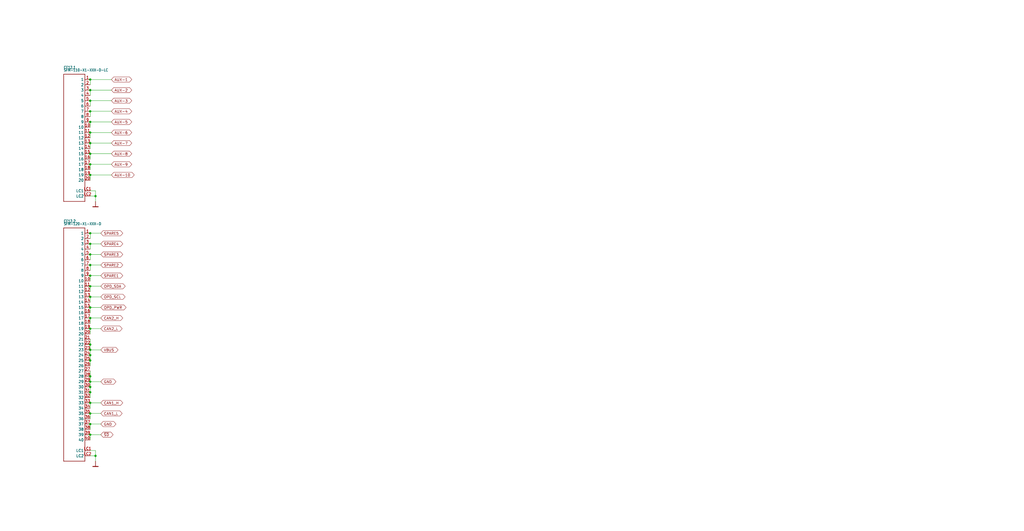
<source format=kicad_sch>
(kicad_sch (version 20211123) (generator eeschema)
  (paper "User" 490.22 254.406)
  (lib_symbols
    (symbol "oresat-backplane-2u-eagle-import:GND" (power)
      (symbol "GND_1_0"
        (polyline (pts (xy -1.27 -2.54) (xy 1.27 -2.54)) (stroke (width 0.4064)))
        (pin power_in line (at 0 0 270) (length 2.54) (name "GND") (number "1"))
      )
    )
    (symbol "oresat-backplane-2u-eagle-import:SFM-110-X1-XXX-D-LC"
      (property "Reference" "CF" (at -2.54 33.02 0))
      (property "Value" "SFM-110-X1-XXX-D-LC" (at -2.54 31.75 0))
      (symbol "SFM-110-X1-XXX-D-LC_1_0"
        (polyline (pts (xy -2.54 -30.48) (xy -2.54 30.48)) (stroke (width 0.254)))
        (polyline (pts (xy -2.54 30.48) (xy 7.62 30.48)) (stroke (width 0.254)))
        (polyline (pts (xy 7.62 -30.48) (xy -2.54 -30.48)) (stroke (width 0.254)))
        (polyline (pts (xy 7.62 30.48) (xy 7.62 -30.48)) (stroke (width 0.254)))
        (pin passive line (at 10.16 27.94 180) (length 2.54) (name "1") (number "1"))
        (pin passive line (at 10.16 5.08 180) (length 2.54) (name "10") (number "10"))
        (pin passive line (at 10.16 2.54 180) (length 2.54) (name "11") (number "11"))
        (pin passive line (at 10.16 0 180) (length 2.54) (name "12") (number "12"))
        (pin passive line (at 10.16 -2.54 180) (length 2.54) (name "13") (number "13"))
        (pin passive line (at 10.16 -5.08 180) (length 2.54) (name "14") (number "14"))
        (pin passive line (at 10.16 -7.62 180) (length 2.54) (name "15") (number "15"))
        (pin passive line (at 10.16 -10.16 180) (length 2.54) (name "16") (number "16"))
        (pin passive line (at 10.16 -12.7 180) (length 2.54) (name "17") (number "17"))
        (pin passive line (at 10.16 -15.24 180) (length 2.54) (name "18") (number "18"))
        (pin passive line (at 10.16 -17.78 180) (length 2.54) (name "19") (number "19"))
        (pin passive line (at 10.16 25.4 180) (length 2.54) (name "2") (number "2"))
        (pin passive line (at 10.16 -20.32 180) (length 2.54) (name "20") (number "20"))
        (pin passive line (at 10.16 22.86 180) (length 2.54) (name "3") (number "3"))
        (pin passive line (at 10.16 20.32 180) (length 2.54) (name "4") (number "4"))
        (pin passive line (at 10.16 17.78 180) (length 2.54) (name "5") (number "5"))
        (pin passive line (at 10.16 15.24 180) (length 2.54) (name "6") (number "6"))
        (pin passive line (at 10.16 12.7 180) (length 2.54) (name "7") (number "7"))
        (pin passive line (at 10.16 10.16 180) (length 2.54) (name "8") (number "8"))
        (pin passive line (at 10.16 7.62 180) (length 2.54) (name "9") (number "9"))
        (pin passive line (at 10.16 -25.4 180) (length 2.54) (name "LC1") (number "LC1"))
        (pin passive line (at 10.16 -27.94 180) (length 2.54) (name "LC2") (number "LC2"))
      )
    )
    (symbol "oresat-backplane-2u-eagle-import:SFM-120-X1-XXX-D"
      (property "Reference" "J" (at -2.54 50.8 0))
      (property "Value" "SFM-120-X1-XXX-D" (at -2.54 49.53 0))
      (symbol "SFM-120-X1-XXX-D_1_0"
        (polyline (pts (xy -2.54 -63.5) (xy -2.54 48.26)) (stroke (width 0.254)))
        (polyline (pts (xy -2.54 48.26) (xy 7.62 48.26)) (stroke (width 0.254)))
        (polyline (pts (xy 7.62 -63.5) (xy -2.54 -63.5)) (stroke (width 0.254)))
        (polyline (pts (xy 7.62 48.26) (xy 7.62 -63.5)) (stroke (width 0.254)))
        (pin passive line (at 10.16 45.72 180) (length 2.54) (name "1") (number "1"))
        (pin passive line (at 10.16 22.86 180) (length 2.54) (name "10") (number "10"))
        (pin passive line (at 10.16 20.32 180) (length 2.54) (name "11") (number "11"))
        (pin passive line (at 10.16 17.78 180) (length 2.54) (name "12") (number "12"))
        (pin passive line (at 10.16 15.24 180) (length 2.54) (name "13") (number "13"))
        (pin passive line (at 10.16 12.7 180) (length 2.54) (name "14") (number "14"))
        (pin passive line (at 10.16 10.16 180) (length 2.54) (name "15") (number "15"))
        (pin passive line (at 10.16 7.62 180) (length 2.54) (name "16") (number "16"))
        (pin passive line (at 10.16 5.08 180) (length 2.54) (name "17") (number "17"))
        (pin passive line (at 10.16 2.54 180) (length 2.54) (name "18") (number "18"))
        (pin passive line (at 10.16 0 180) (length 2.54) (name "19") (number "19"))
        (pin passive line (at 10.16 43.18 180) (length 2.54) (name "2") (number "2"))
        (pin passive line (at 10.16 -2.54 180) (length 2.54) (name "20") (number "20"))
        (pin passive line (at 10.16 -5.08 180) (length 2.54) (name "21") (number "21"))
        (pin passive line (at 10.16 -7.62 180) (length 2.54) (name "22") (number "22"))
        (pin passive line (at 10.16 -10.16 180) (length 2.54) (name "23") (number "23"))
        (pin passive line (at 10.16 -12.7 180) (length 2.54) (name "24") (number "24"))
        (pin passive line (at 10.16 -15.24 180) (length 2.54) (name "25") (number "25"))
        (pin passive line (at 10.16 -17.78 180) (length 2.54) (name "26") (number "26"))
        (pin passive line (at 10.16 -20.32 180) (length 2.54) (name "27") (number "27"))
        (pin passive line (at 10.16 -22.86 180) (length 2.54) (name "28") (number "28"))
        (pin passive line (at 10.16 -25.4 180) (length 2.54) (name "29") (number "29"))
        (pin passive line (at 10.16 40.64 180) (length 2.54) (name "3") (number "3"))
        (pin passive line (at 10.16 -27.94 180) (length 2.54) (name "30") (number "30"))
        (pin passive line (at 10.16 -30.48 180) (length 2.54) (name "31") (number "31"))
        (pin passive line (at 10.16 -33.02 180) (length 2.54) (name "32") (number "32"))
        (pin passive line (at 10.16 -35.56 180) (length 2.54) (name "33") (number "33"))
        (pin passive line (at 10.16 -38.1 180) (length 2.54) (name "34") (number "34"))
        (pin passive line (at 10.16 -40.64 180) (length 2.54) (name "35") (number "35"))
        (pin passive line (at 10.16 -43.18 180) (length 2.54) (name "36") (number "36"))
        (pin passive line (at 10.16 -45.72 180) (length 2.54) (name "37") (number "37"))
        (pin passive line (at 10.16 -48.26 180) (length 2.54) (name "38") (number "38"))
        (pin passive line (at 10.16 -50.8 180) (length 2.54) (name "39") (number "39"))
        (pin passive line (at 10.16 38.1 180) (length 2.54) (name "4") (number "4"))
        (pin passive line (at 10.16 -53.34 180) (length 2.54) (name "40") (number "40"))
        (pin passive line (at 10.16 35.56 180) (length 2.54) (name "5") (number "5"))
        (pin passive line (at 10.16 33.02 180) (length 2.54) (name "6") (number "6"))
        (pin passive line (at 10.16 30.48 180) (length 2.54) (name "7") (number "7"))
        (pin passive line (at 10.16 27.94 180) (length 2.54) (name "8") (number "8"))
        (pin passive line (at 10.16 25.4 180) (length 2.54) (name "9") (number "9"))
        (pin passive line (at 10.16 -58.42 180) (length 2.54) (name "LC1") (number "LC1"))
        (pin passive line (at 10.16 -60.96 180) (length 2.54) (name "LC2") (number "LC2"))
      )
    )
  )
  (junction (at 43.18 121.92))
  (junction (at 43.18 116.84))
  (junction (at 43.18 185.42))
  (junction (at 43.18 147.32))
  (junction (at 43.18 53.34))
  (junction (at 43.18 198.12))
  (junction (at 43.18 180.34))
  (junction (at 43.18 38.1))
  (junction (at 43.18 203.2))
  (junction (at 43.18 63.5))
  (junction (at 43.18 182.88))
  (junction (at 43.18 167.64))
  (junction (at 43.18 83.82))
  (junction (at 45.72 218.44))
  (junction (at 43.18 142.24))
  (junction (at 43.18 208.28))
  (junction (at 43.18 78.74))
  (junction (at 43.18 111.76))
  (junction (at 43.18 152.4))
  (junction (at 43.18 132.08))
  (junction (at 43.18 157.48))
  (junction (at 43.18 193.04))
  (junction (at 43.18 137.16))
  (junction (at 43.18 68.58))
  (junction (at 43.18 48.26))
  (junction (at 43.18 127))
  (junction (at 43.18 43.18))
  (junction (at 43.18 58.42))
  (junction (at 43.18 187.96))
  (junction (at 43.18 170.18))
  (junction (at 43.18 73.66))
  (junction (at 43.18 165.1))
  (junction (at 43.18 172.72))
  (junction (at 45.72 93.98))
  (wire (pts (xy 45.72 91.44) (xy 43.18 91.44)))
  (wire (pts (xy 43.18 68.58) (xy 53.34 68.58)))
  (wire (pts (xy 43.18 218.44) (xy 45.72 218.44)))
  (wire (pts (xy 48.26 132.08) (xy 43.18 132.08)))
  (wire (pts (xy 43.18 137.16) (xy 43.18 139.7)))
  (wire (pts (xy 43.18 116.84) (xy 48.26 116.84)))
  (wire (pts (xy 45.72 96.52) (xy 45.72 93.98)))
  (wire (pts (xy 43.18 142.24) (xy 43.18 144.78)))
  (wire (pts (xy 43.18 58.42) (xy 43.18 60.96)))
  (wire (pts (xy 43.18 157.48) (xy 43.18 160.02)))
  (wire (pts (xy 43.18 208.28) (xy 43.18 210.82)))
  (wire (pts (xy 43.18 127) (xy 43.18 129.54)))
  (wire (pts (xy 48.26 203.2) (xy 43.18 203.2)))
  (wire (pts (xy 43.18 48.26) (xy 53.34 48.26)))
  (wire (pts (xy 45.72 218.44) (xy 45.72 220.98)))
  (wire (pts (xy 43.18 78.74) (xy 43.18 81.28)))
  (wire (pts (xy 48.26 182.88) (xy 43.18 182.88)))
  (wire (pts (xy 43.18 182.88) (xy 43.18 180.34)))
  (wire (pts (xy 45.72 93.98) (xy 45.72 91.44)))
  (wire (pts (xy 43.18 43.18) (xy 43.18 45.72)))
  (wire (pts (xy 43.18 165.1) (xy 43.18 162.56)))
  (wire (pts (xy 43.18 203.2) (xy 43.18 205.74)))
  (wire (pts (xy 48.26 157.48) (xy 43.18 157.48)))
  (wire (pts (xy 48.26 147.32) (xy 43.18 147.32)))
  (wire (pts (xy 43.18 58.42) (xy 53.34 58.42)))
  (wire (pts (xy 43.18 38.1) (xy 53.34 38.1)))
  (wire (pts (xy 48.26 167.64) (xy 43.18 167.64)))
  (wire (pts (xy 43.18 187.96) (xy 43.18 190.5)))
  (wire (pts (xy 43.18 116.84) (xy 43.18 119.38)))
  (wire (pts (xy 43.18 78.74) (xy 53.34 78.74)))
  (wire (pts (xy 43.18 172.72) (xy 43.18 170.18)))
  (wire (pts (xy 43.18 167.64) (xy 43.18 170.18)))
  (wire (pts (xy 43.18 172.72) (xy 43.18 175.26)))
  (wire (pts (xy 43.18 63.5) (xy 53.34 63.5)))
  (wire (pts (xy 43.18 43.18) (xy 53.34 43.18)))
  (wire (pts (xy 43.18 167.64) (xy 43.18 165.1)))
  (wire (pts (xy 43.18 152.4) (xy 43.18 154.94)))
  (wire (pts (xy 43.18 111.76) (xy 43.18 114.3)))
  (wire (pts (xy 43.18 63.5) (xy 43.18 66.04)))
  (wire (pts (xy 43.18 53.34) (xy 53.34 53.34)))
  (wire (pts (xy 43.18 180.34) (xy 43.18 177.8)))
  (wire (pts (xy 43.18 53.34) (xy 43.18 55.88)))
  (wire (pts (xy 48.26 142.24) (xy 43.18 142.24)))
  (wire (pts (xy 43.18 121.92) (xy 43.18 124.46)))
  (wire (pts (xy 45.72 93.98) (xy 43.18 93.98)))
  (wire (pts (xy 43.18 147.32) (xy 43.18 149.86)))
  (wire (pts (xy 43.18 132.08) (xy 43.18 134.62)))
  (wire (pts (xy 43.18 73.66) (xy 43.18 76.2)))
  (wire (pts (xy 48.26 193.04) (xy 43.18 193.04)))
  (wire (pts (xy 43.18 185.42) (xy 43.18 187.96)))
  (wire (pts (xy 43.18 111.76) (xy 48.26 111.76)))
  (wire (pts (xy 48.26 137.16) (xy 43.18 137.16)))
  (wire (pts (xy 43.18 68.58) (xy 43.18 71.12)))
  (wire (pts (xy 45.72 215.9) (xy 45.72 218.44)))
  (wire (pts (xy 43.18 73.66) (xy 53.34 73.66)))
  (wire (pts (xy 43.18 215.9) (xy 45.72 215.9)))
  (wire (pts (xy 48.26 152.4) (xy 43.18 152.4)))
  (wire (pts (xy 43.18 83.82) (xy 53.34 83.82)))
  (wire (pts (xy 43.18 38.1) (xy 43.18 40.64)))
  (wire (pts (xy 43.18 48.26) (xy 43.18 50.8)))
  (wire (pts (xy 43.18 182.88) (xy 43.18 185.42)))
  (wire (pts (xy 48.26 208.28) (xy 43.18 208.28)))
  (wire (pts (xy 43.18 198.12) (xy 43.18 200.66)))
  (wire (pts (xy 48.26 198.12) (xy 43.18 198.12)))
  (wire (pts (xy 43.18 193.04) (xy 43.18 195.58)))
  (wire (pts (xy 43.18 83.82) (xy 43.18 86.36)))
  (wire (pts (xy 43.18 121.92) (xy 48.26 121.92)))
  (wire (pts (xy 48.26 127) (xy 43.18 127)))
  (global_label "CAN2_L" (shape bidirectional) (at 48.26 157.48 0) (effects (font (size 1.2446 1.2446))) (property "Intersheet References" "${INTERSHEET_REFS}" (effects hide)))
  (global_label "SPARE1" (shape bidirectional) (at 48.26 132.08 0) (effects (font (size 1.2446 1.2446))) (property "Intersheet References" "${INTERSHEET_REFS}" (effects hide)))
  (global_label "AUX-4" (shape bidirectional) (at 53.34 53.34 0) (effects (font (size 1.2446 1.2446))) (property "Intersheet References" "${INTERSHEET_REFS}" (effects hide)))
  (global_label "OPD_SDA" (shape bidirectional) (at 48.26 137.16 0) (effects (font (size 1.2446 1.2446))) (property "Intersheet References" "${INTERSHEET_REFS}" (effects hide)))
  (global_label "SPARE3" (shape bidirectional) (at 48.26 121.92 0) (effects (font (size 1.2446 1.2446))) (property "Intersheet References" "${INTERSHEET_REFS}" (effects hide)))
  (global_label "SPARE2" (shape bidirectional) (at 48.26 127 0) (effects (font (size 1.2446 1.2446))) (property "Intersheet References" "${INTERSHEET_REFS}" (effects hide)))
  (global_label "AUX-7" (shape bidirectional) (at 53.34 68.58 0) (effects (font (size 1.2446 1.2446))) (property "Intersheet References" "${INTERSHEET_REFS}" (effects hide)))
  (global_label "AUX-9" (shape bidirectional) (at 53.34 78.74 0) (effects (font (size 1.2446 1.2446))) (property "Intersheet References" "${INTERSHEET_REFS}" (effects hide)))
  (global_label "CAN1_H" (shape bidirectional) (at 48.26 193.04 0) (effects (font (size 1.2446 1.2446))) (property "Intersheet References" "${INTERSHEET_REFS}" (effects hide)))
  (global_label "CAN1_L" (shape bidirectional) (at 48.26 198.12 0) (effects (font (size 1.2446 1.2446))) (property "Intersheet References" "${INTERSHEET_REFS}" (effects hide)))
  (global_label "~{SD}" (shape bidirectional) (at 48.26 208.28 0) (effects (font (size 1.2446 1.2446))) (property "Intersheet References" "${INTERSHEET_REFS}" (effects hide)))
  (global_label "AUX-10" (shape bidirectional) (at 53.34 83.82 0) (effects (font (size 1.2446 1.2446))) (property "Intersheet References" "${INTERSHEET_REFS}" (effects hide)))
  (global_label "OPD_PWR" (shape bidirectional) (at 48.26 147.32 0) (effects (font (size 1.2446 1.2446))) (property "Intersheet References" "${INTERSHEET_REFS}" (effects hide)))
  (global_label "AUX-6" (shape bidirectional) (at 53.34 63.5 0) (effects (font (size 1.2446 1.2446))) (property "Intersheet References" "${INTERSHEET_REFS}" (effects hide)))
  (global_label "AUX-2" (shape bidirectional) (at 53.34 43.18 0) (effects (font (size 1.2446 1.2446))) (property "Intersheet References" "${INTERSHEET_REFS}" (effects hide)))
  (global_label "SPARE5" (shape bidirectional) (at 48.26 111.76 0) (effects (font (size 1.2446 1.2446))) (property "Intersheet References" "${INTERSHEET_REFS}" (effects hide)))
  (global_label "AUX-5" (shape bidirectional) (at 53.34 58.42 0) (effects (font (size 1.2446 1.2446))) (property "Intersheet References" "${INTERSHEET_REFS}" (effects hide)))
  (global_label "AUX-1" (shape bidirectional) (at 53.34 38.1 0) (effects (font (size 1.2446 1.2446))) (property "Intersheet References" "${INTERSHEET_REFS}" (effects hide)))
  (global_label "GND" (shape bidirectional) (at 48.26 182.88 0) (effects (font (size 1.2446 1.2446))) (property "Intersheet References" "${INTERSHEET_REFS}" (effects hide)))
  (global_label "SPARE4" (shape bidirectional) (at 48.26 116.84 0) (effects (font (size 1.2446 1.2446))) (property "Intersheet References" "${INTERSHEET_REFS}" (effects hide)))
  (global_label "VBUS" (shape bidirectional) (at 48.26 167.64 0) (effects (font (size 1.2446 1.2446))) (property "Intersheet References" "${INTERSHEET_REFS}" (effects hide)))
  (global_label "GND" (shape bidirectional) (at 48.26 203.2 0) (effects (font (size 1.2446 1.2446))) (property "Intersheet References" "${INTERSHEET_REFS}" (effects hide)))
  (global_label "CAN2_H" (shape bidirectional) (at 48.26 152.4 0) (effects (font (size 1.2446 1.2446))) (property "Intersheet References" "${INTERSHEET_REFS}" (effects hide)))
  (global_label "AUX-3" (shape bidirectional) (at 53.34 48.26 0) (effects (font (size 1.2446 1.2446))) (property "Intersheet References" "${INTERSHEET_REFS}" (effects hide)))
  (global_label "OPD_SCL" (shape bidirectional) (at 48.26 142.24 0) (effects (font (size 1.2446 1.2446))) (property "Intersheet References" "${INTERSHEET_REFS}" (effects hide)))
  (global_label "AUX-8" (shape bidirectional) (at 53.34 73.66 0) (effects (font (size 1.2446 1.2446))) (property "Intersheet References" "${INTERSHEET_REFS}" (effects hide)))
  (symbol (lib_id "oresat-backplane-2u-eagle-import:SFM-110-X1-XXX-D-LC") (at 33.02 66.04 0) (unit 1)
    (property "Reference" "CF12.1" (at 30.48 33.02 0) (effects (font (size 1.27 1.0795)) (justify left bottom)))
    (property "Value" "SFM-110-X1-XXX-D-LC" (at 30.48 34.29 0) (effects (font (size 1.27 1.0795)) (justify left bottom)))
    (property "Footprint" "oresat-backplane-2u:SFM-110-X1-XXX-D-LC" (effects hide))
  )
  (symbol (lib_id "oresat-backplane-2u-eagle-import:GND") (at 45.72 220.98 0) (unit 1)
    (property "Reference" "#GND049" (effects hide))
    (property "Value" "GND" (effects hide))
    (property "Footprint" "oresat-backplane-2u:" (effects hide))
  )
  (symbol (lib_id "oresat-backplane-2u-eagle-import:GND") (at 45.72 96.52 0) (unit 1)
    (property "Reference" "#GND053" (effects hide))
    (property "Value" "GND" (effects hide))
    (property "Footprint" "oresat-backplane-2u:" (effects hide))
  )
  (symbol (lib_id "oresat-backplane-2u-eagle-import:SFM-120-X1-XXX-D") (at 33.02 157.48 0) (unit 1)
    (property "Reference" "CF12.2" (at 30.48 106.68 0) (effects (font (size 1.27 1.0795)) (justify left bottom)))
    (property "Value" "SFM-120-X1-XXX-D" (at 30.48 107.95 0) (effects (font (size 1.27 1.0795)) (justify left bottom)))
    (property "Footprint" "oresat-backplane-2u:SFM-120-X1-XXX-D" (effects hide))
  )
)
</source>
